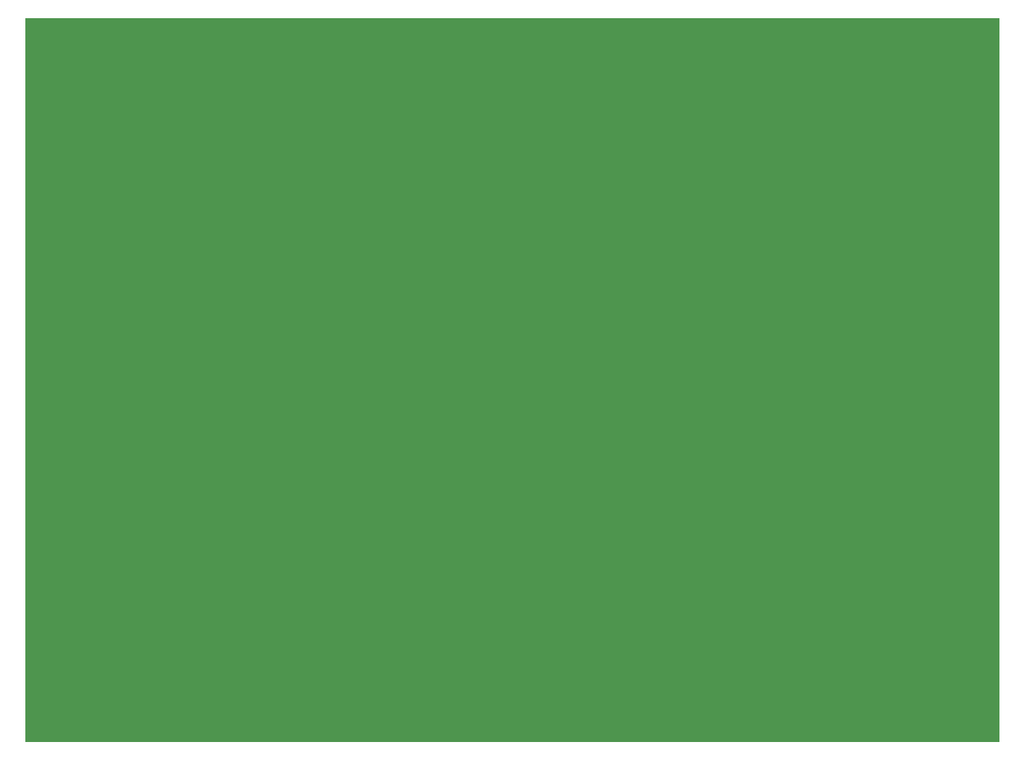
<source format=gbr>
G04 DipTrace 2.3.1.0*
%INBoard.gbr*%
%MOIN*%
%ADD11C,0.0055*%
%FSLAX44Y44*%
G04*
G70*
G90*
G75*
G01*
%LNBoardPoly*%
%LPD*%
G36*
X3937Y34437D2*
D11*
Y3937D1*
X44937D1*
Y34437D1*
X3937D1*
G37*
M02*

</source>
